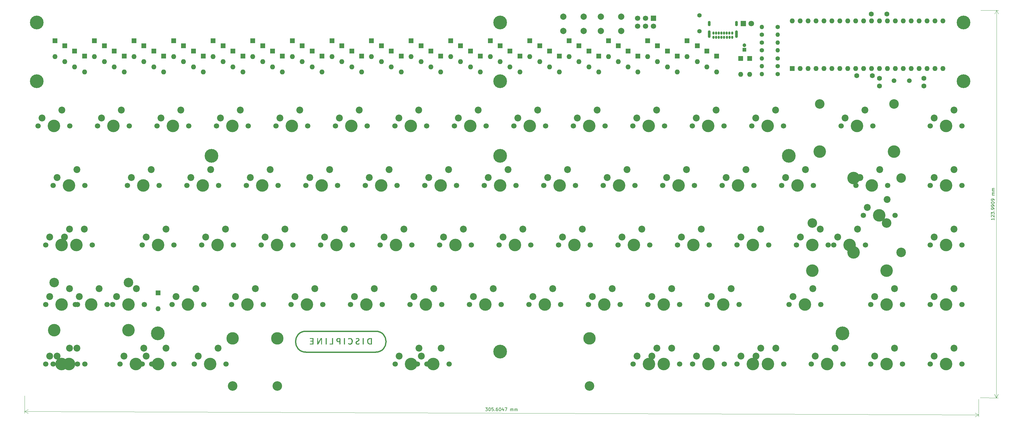
<source format=gbs>
%TF.GenerationSoftware,KiCad,Pcbnew,8.0.2*%
%TF.CreationDate,2024-05-27T21:53:30-04:00*%
%TF.ProjectId,discipline-pcb,64697363-6970-46c6-996e-652d7063622e,1.0*%
%TF.SameCoordinates,Original*%
%TF.FileFunction,Soldermask,Bot*%
%TF.FilePolarity,Negative*%
%FSLAX46Y46*%
G04 Gerber Fmt 4.6, Leading zero omitted, Abs format (unit mm)*
G04 Created by KiCad (PCBNEW 8.0.2) date 2024-05-27 21:53:30*
%MOMM*%
%LPD*%
G01*
G04 APERTURE LIST*
%ADD10C,0.150000*%
%ADD11C,0.100000*%
%ADD12C,0.400000*%
%ADD13C,0.010000*%
%ADD14C,1.700000*%
%ADD15C,4.000000*%
%ADD16C,2.200000*%
%ADD17C,3.050000*%
%ADD18C,4.400000*%
%ADD19C,3.987800*%
%ADD20C,3.048000*%
%ADD21R,1.600000X1.600000*%
%ADD22O,1.600000X1.600000*%
%ADD23C,1.400000*%
%ADD24O,1.400000X1.400000*%
%ADD25C,2.000000*%
%ADD26R,1.800000X1.800000*%
%ADD27C,1.800000*%
%ADD28R,1.200000X1.200000*%
%ADD29C,1.200000*%
%ADD30C,1.600000*%
%ADD31O,0.650000X1.000000*%
%ADD32O,0.900000X2.400000*%
%ADD33O,0.900000X1.700000*%
%ADD34C,1.500000*%
%ADD35R,1.700000X1.700000*%
G04 APERTURE END LIST*
D10*
X201550886Y-184947369D02*
X202169930Y-184949673D01*
X202169930Y-184949673D02*
X201835181Y-185329382D01*
X201835181Y-185329382D02*
X201978037Y-185329914D01*
X201978037Y-185329914D02*
X202073097Y-185377887D01*
X202073097Y-185377887D02*
X202120539Y-185425683D01*
X202120539Y-185425683D02*
X202167803Y-185521098D01*
X202167803Y-185521098D02*
X202166917Y-185759191D01*
X202166917Y-185759191D02*
X202118944Y-185854251D01*
X202118944Y-185854251D02*
X202071148Y-185901693D01*
X202071148Y-185901693D02*
X201975733Y-185948957D01*
X201975733Y-185948957D02*
X201690021Y-185947894D01*
X201690021Y-185947894D02*
X201594961Y-185899921D01*
X201594961Y-185899921D02*
X201547519Y-185852125D01*
X202788973Y-184951977D02*
X202884210Y-184952331D01*
X202884210Y-184952331D02*
X202979271Y-185000305D01*
X202979271Y-185000305D02*
X203026712Y-185048101D01*
X203026712Y-185048101D02*
X203073976Y-185143515D01*
X203073976Y-185143515D02*
X203120886Y-185334167D01*
X203120886Y-185334167D02*
X203120000Y-185572261D01*
X203120000Y-185572261D02*
X203071672Y-185762559D01*
X203071672Y-185762559D02*
X203023699Y-185857619D01*
X203023699Y-185857619D02*
X202975903Y-185905060D01*
X202975903Y-185905060D02*
X202880489Y-185952324D01*
X202880489Y-185952324D02*
X202785251Y-185951970D01*
X202785251Y-185951970D02*
X202690191Y-185903997D01*
X202690191Y-185903997D02*
X202642750Y-185856201D01*
X202642750Y-185856201D02*
X202595485Y-185760786D01*
X202595485Y-185760786D02*
X202548575Y-185570134D01*
X202548575Y-185570134D02*
X202549462Y-185332041D01*
X202549462Y-185332041D02*
X202597789Y-185141743D01*
X202597789Y-185141743D02*
X202645762Y-185046683D01*
X202645762Y-185046683D02*
X202693558Y-184999241D01*
X202693558Y-184999241D02*
X202788973Y-184951977D01*
X204027060Y-184956585D02*
X203550873Y-184954813D01*
X203550873Y-184954813D02*
X203501482Y-185430822D01*
X203501482Y-185430822D02*
X203549277Y-185383381D01*
X203549277Y-185383381D02*
X203644692Y-185336117D01*
X203644692Y-185336117D02*
X203882786Y-185337003D01*
X203882786Y-185337003D02*
X203977846Y-185384976D01*
X203977846Y-185384976D02*
X204025287Y-185432772D01*
X204025287Y-185432772D02*
X204072552Y-185528187D01*
X204072552Y-185528187D02*
X204071666Y-185766280D01*
X204071666Y-185766280D02*
X204023692Y-185861340D01*
X204023692Y-185861340D02*
X203975896Y-185908782D01*
X203975896Y-185908782D02*
X203880482Y-185956046D01*
X203880482Y-185956046D02*
X203642388Y-185955160D01*
X203642388Y-185955160D02*
X203547328Y-185907187D01*
X203547328Y-185907187D02*
X203499887Y-185859391D01*
X204499880Y-185863113D02*
X204547321Y-185910909D01*
X204547321Y-185910909D02*
X204499525Y-185958350D01*
X204499525Y-185958350D02*
X204452084Y-185910554D01*
X204452084Y-185910554D02*
X204499880Y-185863113D01*
X204499880Y-185863113D02*
X204499525Y-185958350D01*
X205408002Y-184961724D02*
X205217527Y-184961015D01*
X205217527Y-184961015D02*
X205122113Y-185008280D01*
X205122113Y-185008280D02*
X205074317Y-185055721D01*
X205074317Y-185055721D02*
X204978547Y-185198223D01*
X204978547Y-185198223D02*
X204930220Y-185388520D01*
X204930220Y-185388520D02*
X204928802Y-185769470D01*
X204928802Y-185769470D02*
X204976066Y-185864885D01*
X204976066Y-185864885D02*
X205023508Y-185912681D01*
X205023508Y-185912681D02*
X205118568Y-185960654D01*
X205118568Y-185960654D02*
X205309043Y-185961363D01*
X205309043Y-185961363D02*
X205404458Y-185914099D01*
X205404458Y-185914099D02*
X205452254Y-185866657D01*
X205452254Y-185866657D02*
X205500227Y-185771597D01*
X205500227Y-185771597D02*
X205501113Y-185533503D01*
X205501113Y-185533503D02*
X205453849Y-185438089D01*
X205453849Y-185438089D02*
X205406407Y-185390293D01*
X205406407Y-185390293D02*
X205311347Y-185342320D01*
X205311347Y-185342320D02*
X205120872Y-185341611D01*
X205120872Y-185341611D02*
X205025457Y-185388875D01*
X205025457Y-185388875D02*
X204977661Y-185436316D01*
X204977661Y-185436316D02*
X204929688Y-185531377D01*
X206122283Y-184964383D02*
X206217520Y-184964737D01*
X206217520Y-184964737D02*
X206312581Y-185012710D01*
X206312581Y-185012710D02*
X206360022Y-185060506D01*
X206360022Y-185060506D02*
X206407286Y-185155921D01*
X206407286Y-185155921D02*
X206454196Y-185346573D01*
X206454196Y-185346573D02*
X206453310Y-185584667D01*
X206453310Y-185584667D02*
X206404982Y-185774964D01*
X206404982Y-185774964D02*
X206357009Y-185870024D01*
X206357009Y-185870024D02*
X206309213Y-185917466D01*
X206309213Y-185917466D02*
X206213799Y-185964730D01*
X206213799Y-185964730D02*
X206118561Y-185964376D01*
X206118561Y-185964376D02*
X206023501Y-185916403D01*
X206023501Y-185916403D02*
X205976059Y-185868607D01*
X205976059Y-185868607D02*
X205928795Y-185773192D01*
X205928795Y-185773192D02*
X205881885Y-185582540D01*
X205881885Y-185582540D02*
X205882772Y-185344446D01*
X205882772Y-185344446D02*
X205931099Y-185154149D01*
X205931099Y-185154149D02*
X205979072Y-185059088D01*
X205979072Y-185059088D02*
X206026868Y-185011647D01*
X206026868Y-185011647D02*
X206122283Y-184964383D01*
X207311510Y-185302144D02*
X207309029Y-185968806D01*
X207074835Y-184920308D02*
X206834083Y-185633703D01*
X206834083Y-185633703D02*
X207453126Y-185636007D01*
X207741319Y-184970408D02*
X208407981Y-184972889D01*
X208407981Y-184972889D02*
X207975691Y-185971287D01*
X209547109Y-185977136D02*
X209549590Y-185310474D01*
X209549236Y-185405711D02*
X209597032Y-185358270D01*
X209597032Y-185358270D02*
X209692447Y-185311005D01*
X209692447Y-185311005D02*
X209835303Y-185311537D01*
X209835303Y-185311537D02*
X209930363Y-185359510D01*
X209930363Y-185359510D02*
X209977627Y-185454925D01*
X209977627Y-185454925D02*
X209975678Y-185978731D01*
X209977627Y-185454925D02*
X210025600Y-185359865D01*
X210025600Y-185359865D02*
X210121015Y-185312600D01*
X210121015Y-185312600D02*
X210263871Y-185313132D01*
X210263871Y-185313132D02*
X210358931Y-185361105D01*
X210358931Y-185361105D02*
X210406196Y-185456520D01*
X210406196Y-185456520D02*
X210404246Y-185980326D01*
X210880433Y-185982098D02*
X210882914Y-185315436D01*
X210882560Y-185410673D02*
X210930356Y-185363232D01*
X210930356Y-185363232D02*
X211025770Y-185315968D01*
X211025770Y-185315968D02*
X211168626Y-185316499D01*
X211168626Y-185316499D02*
X211263687Y-185364473D01*
X211263687Y-185364473D02*
X211310951Y-185459887D01*
X211310951Y-185459887D02*
X211309001Y-185983693D01*
X211310951Y-185459887D02*
X211358924Y-185364827D01*
X211358924Y-185364827D02*
X211454339Y-185317563D01*
X211454339Y-185317563D02*
X211597195Y-185318094D01*
X211597195Y-185318094D02*
X211692255Y-185366068D01*
X211692255Y-185366068D02*
X211739519Y-185461482D01*
X211739519Y-185461482D02*
X211737570Y-185985288D01*
D11*
X53904669Y-181107267D02*
X53883931Y-186679410D01*
X359507239Y-182244637D02*
X359486501Y-187816780D01*
X53886114Y-186092994D02*
X359488684Y-187230364D01*
X53886114Y-186092994D02*
X359488684Y-187230364D01*
X53886114Y-186092994D02*
X55014792Y-185510770D01*
X53886114Y-186092994D02*
X55010427Y-186683603D01*
X359488684Y-187230364D02*
X358360006Y-187812588D01*
X359488684Y-187230364D02*
X358364371Y-186639755D01*
D10*
X364500628Y-124295423D02*
X364500064Y-124866851D01*
X364500346Y-124581137D02*
X363500347Y-124580149D01*
X363500347Y-124580149D02*
X363643110Y-124675528D01*
X363643110Y-124675528D02*
X363738254Y-124770860D01*
X363738254Y-124770860D02*
X363785779Y-124866146D01*
X363596243Y-123913577D02*
X363548671Y-123865911D01*
X363548671Y-123865911D02*
X363501146Y-123770626D01*
X363501146Y-123770626D02*
X363501382Y-123532531D01*
X363501382Y-123532531D02*
X363549095Y-123437340D01*
X363549095Y-123437340D02*
X363596761Y-123389768D01*
X363596761Y-123389768D02*
X363692046Y-123342243D01*
X363692046Y-123342243D02*
X363787284Y-123342337D01*
X363787284Y-123342337D02*
X363930094Y-123390097D01*
X363930094Y-123390097D02*
X364500958Y-123962090D01*
X364500958Y-123962090D02*
X364501569Y-123343042D01*
X363501899Y-123008721D02*
X363502511Y-122389674D01*
X363502511Y-122389674D02*
X363883133Y-122723383D01*
X363883133Y-122723383D02*
X363883275Y-122580526D01*
X363883275Y-122580526D02*
X363930988Y-122485335D01*
X363930988Y-122485335D02*
X363978654Y-122437763D01*
X363978654Y-122437763D02*
X364073939Y-122390238D01*
X364073939Y-122390238D02*
X364312034Y-122390474D01*
X364312034Y-122390474D02*
X364407225Y-122438187D01*
X364407225Y-122438187D02*
X364454797Y-122485853D01*
X364454797Y-122485853D02*
X364502322Y-122581138D01*
X364502322Y-122581138D02*
X364502040Y-122866852D01*
X364502040Y-122866852D02*
X364454327Y-122962043D01*
X364454327Y-122962043D02*
X364406660Y-123009615D01*
X364407695Y-121961996D02*
X364455361Y-121914424D01*
X364455361Y-121914424D02*
X364502933Y-121962090D01*
X364502933Y-121962090D02*
X364455267Y-122009662D01*
X364455267Y-122009662D02*
X364407695Y-121961996D01*
X364407695Y-121961996D02*
X364502933Y-121962090D01*
X364503451Y-121438282D02*
X364503639Y-121247806D01*
X364503639Y-121247806D02*
X364456114Y-121152521D01*
X364456114Y-121152521D02*
X364408542Y-121104854D01*
X364408542Y-121104854D02*
X364265779Y-121009475D01*
X364265779Y-121009475D02*
X364075350Y-120961668D01*
X364075350Y-120961668D02*
X363694398Y-120961292D01*
X363694398Y-120961292D02*
X363599113Y-121008817D01*
X363599113Y-121008817D02*
X363551447Y-121056389D01*
X363551447Y-121056389D02*
X363503734Y-121151580D01*
X363503734Y-121151580D02*
X363503545Y-121342056D01*
X363503545Y-121342056D02*
X363551070Y-121437341D01*
X363551070Y-121437341D02*
X363598642Y-121485007D01*
X363598642Y-121485007D02*
X363693833Y-121532720D01*
X363693833Y-121532720D02*
X363931929Y-121532955D01*
X363931929Y-121532955D02*
X364027214Y-121485430D01*
X364027214Y-121485430D02*
X364074880Y-121437858D01*
X364074880Y-121437858D02*
X364122593Y-121342667D01*
X364122593Y-121342667D02*
X364122781Y-121152191D01*
X364122781Y-121152191D02*
X364075256Y-121056906D01*
X364075256Y-121056906D02*
X364027684Y-121009240D01*
X364027684Y-121009240D02*
X363932493Y-120961527D01*
X364504392Y-120485901D02*
X364504580Y-120295425D01*
X364504580Y-120295425D02*
X364457055Y-120200140D01*
X364457055Y-120200140D02*
X364409483Y-120152474D01*
X364409483Y-120152474D02*
X364266720Y-120057095D01*
X364266720Y-120057095D02*
X364076291Y-120009288D01*
X364076291Y-120009288D02*
X363695339Y-120008911D01*
X363695339Y-120008911D02*
X363600054Y-120056436D01*
X363600054Y-120056436D02*
X363552388Y-120104008D01*
X363552388Y-120104008D02*
X363504674Y-120199199D01*
X363504674Y-120199199D02*
X363504486Y-120389675D01*
X363504486Y-120389675D02*
X363552011Y-120484960D01*
X363552011Y-120484960D02*
X363599583Y-120532626D01*
X363599583Y-120532626D02*
X363694774Y-120580340D01*
X363694774Y-120580340D02*
X363932869Y-120580575D01*
X363932869Y-120580575D02*
X364028154Y-120533050D01*
X364028154Y-120533050D02*
X364075820Y-120485478D01*
X364075820Y-120485478D02*
X364123534Y-120390287D01*
X364123534Y-120390287D02*
X364123722Y-120199811D01*
X364123722Y-120199811D02*
X364076197Y-120104526D01*
X364076197Y-120104526D02*
X364028625Y-120056860D01*
X364028625Y-120056860D02*
X363933434Y-120009146D01*
X363505474Y-119389676D02*
X363505568Y-119294438D01*
X363505568Y-119294438D02*
X363553281Y-119199247D01*
X363553281Y-119199247D02*
X363600947Y-119151675D01*
X363600947Y-119151675D02*
X363696232Y-119104150D01*
X363696232Y-119104150D02*
X363886756Y-119056719D01*
X363886756Y-119056719D02*
X364124851Y-119056954D01*
X364124851Y-119056954D02*
X364315280Y-119104761D01*
X364315280Y-119104761D02*
X364410471Y-119152474D01*
X364410471Y-119152474D02*
X364458043Y-119200140D01*
X364458043Y-119200140D02*
X364505568Y-119295426D01*
X364505568Y-119295426D02*
X364505474Y-119390664D01*
X364505474Y-119390664D02*
X364457761Y-119485855D01*
X364457761Y-119485855D02*
X364410094Y-119533427D01*
X364410094Y-119533427D02*
X364314809Y-119580951D01*
X364314809Y-119580951D02*
X364124286Y-119628382D01*
X364124286Y-119628382D02*
X363886191Y-119628147D01*
X363886191Y-119628147D02*
X363695762Y-119580340D01*
X363695762Y-119580340D02*
X363600571Y-119532627D01*
X363600571Y-119532627D02*
X363552999Y-119484961D01*
X363552999Y-119484961D02*
X363505474Y-119389676D01*
X364506273Y-118581140D02*
X364506462Y-118390664D01*
X364506462Y-118390664D02*
X364458937Y-118295379D01*
X364458937Y-118295379D02*
X364411365Y-118247713D01*
X364411365Y-118247713D02*
X364268602Y-118152334D01*
X364268602Y-118152334D02*
X364078173Y-118104526D01*
X364078173Y-118104526D02*
X363697220Y-118104150D01*
X363697220Y-118104150D02*
X363601935Y-118151675D01*
X363601935Y-118151675D02*
X363554269Y-118199247D01*
X363554269Y-118199247D02*
X363506556Y-118294438D01*
X363506556Y-118294438D02*
X363506368Y-118484914D01*
X363506368Y-118484914D02*
X363553893Y-118580199D01*
X363553893Y-118580199D02*
X363601465Y-118627865D01*
X363601465Y-118627865D02*
X363696656Y-118675578D01*
X363696656Y-118675578D02*
X363934751Y-118675814D01*
X363934751Y-118675814D02*
X364030036Y-118628289D01*
X364030036Y-118628289D02*
X364077702Y-118580717D01*
X364077702Y-118580717D02*
X364125415Y-118485526D01*
X364125415Y-118485526D02*
X364125603Y-118295050D01*
X364125603Y-118295050D02*
X364078078Y-118199765D01*
X364078078Y-118199765D02*
X364030506Y-118152098D01*
X364030506Y-118152098D02*
X363935315Y-118104385D01*
X364507920Y-116914474D02*
X363841253Y-116913815D01*
X363936491Y-116913909D02*
X363888920Y-116866243D01*
X363888920Y-116866243D02*
X363841395Y-116770958D01*
X363841395Y-116770958D02*
X363841536Y-116628101D01*
X363841536Y-116628101D02*
X363889249Y-116532910D01*
X363889249Y-116532910D02*
X363984534Y-116485385D01*
X363984534Y-116485385D02*
X364508343Y-116485903D01*
X363984534Y-116485385D02*
X363889343Y-116437672D01*
X363889343Y-116437672D02*
X363841818Y-116342387D01*
X363841818Y-116342387D02*
X363841959Y-116199530D01*
X363841959Y-116199530D02*
X363889672Y-116104339D01*
X363889672Y-116104339D02*
X363984957Y-116056814D01*
X363984957Y-116056814D02*
X364508767Y-116057332D01*
X364509237Y-115581142D02*
X363842571Y-115580483D01*
X363937809Y-115580577D02*
X363890237Y-115532911D01*
X363890237Y-115532911D02*
X363842712Y-115437626D01*
X363842712Y-115437626D02*
X363842853Y-115294769D01*
X363842853Y-115294769D02*
X363890566Y-115199578D01*
X363890566Y-115199578D02*
X363985851Y-115152053D01*
X363985851Y-115152053D02*
X364509660Y-115152570D01*
X363985851Y-115152053D02*
X363890660Y-115104340D01*
X363890660Y-115104340D02*
X363843135Y-115009055D01*
X363843135Y-115009055D02*
X363843276Y-114866198D01*
X363843276Y-114866198D02*
X363890989Y-114771007D01*
X363890989Y-114771007D02*
X363986274Y-114723482D01*
X363986274Y-114723482D02*
X364510084Y-114723999D01*
D11*
X359991602Y-181762632D02*
X365725455Y-181768296D01*
X360114088Y-57771804D02*
X365847941Y-57777468D01*
X365139035Y-181767717D02*
X365261521Y-57776889D01*
X365139035Y-181767717D02*
X365261521Y-57776889D01*
X365139035Y-181767717D02*
X364553727Y-180640634D01*
X365139035Y-181767717D02*
X365726568Y-180641793D01*
X365261521Y-57776889D02*
X365846829Y-58903972D01*
X365261521Y-57776889D02*
X364673988Y-58902813D01*
D12*
X166305144Y-160474210D02*
X144025144Y-160474210D01*
X166325144Y-167154210D02*
X144025144Y-167154210D01*
X144035144Y-167154210D02*
G75*
G02*
X144035144Y-160474210I0J3340000D01*
G01*
X166335144Y-160474210D02*
G75*
G02*
X166335144Y-167154210I0J-3340000D01*
G01*
D13*
X150591802Y-164650234D02*
X150346944Y-164629968D01*
X150346944Y-162671099D01*
X150469373Y-162660967D01*
X150591802Y-162650834D01*
X150591802Y-164650234D01*
G36*
X150591802Y-164650234D02*
G01*
X150346944Y-164629968D01*
X150346944Y-162671099D01*
X150469373Y-162660967D01*
X150591802Y-162650834D01*
X150591802Y-164650234D01*
G37*
X162467958Y-163617489D02*
X162468441Y-163673398D01*
X162469827Y-163913238D01*
X162470004Y-164130887D01*
X162469043Y-164317724D01*
X162467013Y-164465130D01*
X162463982Y-164564485D01*
X162460021Y-164607170D01*
X162423078Y-164635155D01*
X162337078Y-164640216D01*
X162230748Y-164629968D01*
X162230748Y-162671099D01*
X162459283Y-162671099D01*
X162467958Y-163617489D01*
G36*
X162467958Y-163617489D02*
G01*
X162468441Y-163673398D01*
X162469827Y-163913238D01*
X162470004Y-164130887D01*
X162469043Y-164317724D01*
X162467013Y-164465130D01*
X162463982Y-164564485D01*
X162460021Y-164607170D01*
X162423078Y-164635155D01*
X162337078Y-164640216D01*
X162230748Y-164629968D01*
X162230748Y-162671099D01*
X162459283Y-162671099D01*
X162467958Y-163617489D01*
G37*
X156329656Y-162660967D02*
X156452085Y-162671099D01*
X156460760Y-163617489D01*
X156461248Y-163673761D01*
X156462669Y-163913418D01*
X156462931Y-164130761D01*
X156462095Y-164317194D01*
X156460224Y-164464122D01*
X156457379Y-164562951D01*
X156453623Y-164605085D01*
X156451013Y-164609863D01*
X156403405Y-164635741D01*
X156322518Y-164646292D01*
X156207226Y-164646292D01*
X156207226Y-162650834D01*
X156329656Y-162660967D01*
G36*
X156329656Y-162660967D02*
G01*
X156452085Y-162671099D01*
X156460760Y-163617489D01*
X156461248Y-163673761D01*
X156462669Y-163913418D01*
X156462931Y-164130761D01*
X156462095Y-164317194D01*
X156460224Y-164464122D01*
X156457379Y-164562951D01*
X156453623Y-164605085D01*
X156451013Y-164609863D01*
X156403405Y-164635741D01*
X156322518Y-164646292D01*
X156207226Y-164646292D01*
X156207226Y-162650834D01*
X156329656Y-162660967D01*
G37*
X152615967Y-163626798D02*
X152615882Y-163711488D01*
X152614684Y-163951478D01*
X152612215Y-164167387D01*
X152608662Y-164350974D01*
X152604212Y-164493994D01*
X152599050Y-164588205D01*
X152593365Y-164625364D01*
X152584530Y-164628668D01*
X152522200Y-164635199D01*
X152411792Y-164639315D01*
X152265492Y-164640682D01*
X152095486Y-164638967D01*
X151620208Y-164629968D01*
X151620208Y-164434081D01*
X152353722Y-164415629D01*
X152371108Y-162671099D01*
X152493537Y-162660967D01*
X152615967Y-162650834D01*
X152615967Y-163626798D01*
G36*
X152615967Y-163626798D02*
G01*
X152615882Y-163711488D01*
X152614684Y-163951478D01*
X152612215Y-164167387D01*
X152608662Y-164350974D01*
X152604212Y-164493994D01*
X152599050Y-164588205D01*
X152593365Y-164625364D01*
X152584530Y-164628668D01*
X152522200Y-164635199D01*
X152411792Y-164639315D01*
X152265492Y-164640682D01*
X152095486Y-164638967D01*
X151620208Y-164629968D01*
X151620208Y-164434081D01*
X152353722Y-164415629D01*
X152371108Y-162671099D01*
X152493537Y-162660967D01*
X152615967Y-162650834D01*
X152615967Y-163626798D01*
G37*
X147726475Y-162660833D02*
X147833062Y-162671099D01*
X147865710Y-164246351D01*
X148257483Y-163527999D01*
X148339741Y-163377872D01*
X148445656Y-163186666D01*
X148540674Y-163017470D01*
X148619765Y-162879148D01*
X148677901Y-162780561D01*
X148710050Y-162730572D01*
X148759094Y-162681279D01*
X148821471Y-162660739D01*
X148922261Y-162661298D01*
X149073679Y-162671099D01*
X149082323Y-163660800D01*
X149090966Y-164650501D01*
X148984379Y-164640235D01*
X148877792Y-164629968D01*
X148869054Y-163798057D01*
X148860315Y-162966146D01*
X148417744Y-163765409D01*
X148405926Y-163786732D01*
X148289105Y-163995362D01*
X148180508Y-164185608D01*
X148084740Y-164349678D01*
X148006403Y-164479783D01*
X147950103Y-164568132D01*
X147920441Y-164606936D01*
X147917123Y-164609338D01*
X147844999Y-164634566D01*
X147751442Y-164639583D01*
X147637175Y-164629968D01*
X147628531Y-163640268D01*
X147619887Y-162650567D01*
X147726475Y-162660833D01*
G36*
X147726475Y-162660833D02*
G01*
X147833062Y-162671099D01*
X147865710Y-164246351D01*
X148257483Y-163527999D01*
X148339741Y-163377872D01*
X148445656Y-163186666D01*
X148540674Y-163017470D01*
X148619765Y-162879148D01*
X148677901Y-162780561D01*
X148710050Y-162730572D01*
X148759094Y-162681279D01*
X148821471Y-162660739D01*
X148922261Y-162661298D01*
X149073679Y-162671099D01*
X149082323Y-163660800D01*
X149090966Y-164650501D01*
X148984379Y-164640235D01*
X148877792Y-164629968D01*
X148869054Y-163798057D01*
X148860315Y-162966146D01*
X148417744Y-163765409D01*
X148405926Y-163786732D01*
X148289105Y-163995362D01*
X148180508Y-164185608D01*
X148084740Y-164349678D01*
X148006403Y-164479783D01*
X147950103Y-164568132D01*
X147920441Y-164606936D01*
X147917123Y-164609338D01*
X147844999Y-164634566D01*
X147751442Y-164639583D01*
X147637175Y-164629968D01*
X147628531Y-163640268D01*
X147619887Y-162650567D01*
X147726475Y-162660833D01*
G37*
X145814376Y-162654779D02*
X146034918Y-162657231D01*
X146193908Y-162664409D01*
X146294802Y-162676565D01*
X146341057Y-162693953D01*
X146349475Y-162716699D01*
X146360386Y-162798616D01*
X146369158Y-162928651D01*
X146375798Y-163096495D01*
X146380309Y-163291842D01*
X146382695Y-163504386D01*
X146382961Y-163723818D01*
X146381110Y-163939834D01*
X146377148Y-164142124D01*
X146371078Y-164320384D01*
X146362905Y-164464305D01*
X146352632Y-164563582D01*
X146340265Y-164607907D01*
X146327528Y-164616111D01*
X146269615Y-164629900D01*
X146165499Y-164638059D01*
X146008869Y-164640947D01*
X145793414Y-164638922D01*
X145286532Y-164629968D01*
X145286532Y-164434081D01*
X146119052Y-164415807D01*
X146119052Y-163699506D01*
X145400800Y-163699506D01*
X145400800Y-163505828D01*
X145751764Y-163496561D01*
X146102728Y-163487295D01*
X146112115Y-163185303D01*
X146121502Y-162883310D01*
X145715672Y-162883310D01*
X145694926Y-162883300D01*
X145528478Y-162881902D01*
X145415438Y-162877197D01*
X145345058Y-162867835D01*
X145306590Y-162852466D01*
X145289285Y-162829739D01*
X145281579Y-162794519D01*
X145287992Y-162715472D01*
X145289449Y-162711174D01*
X145303281Y-162689070D01*
X145332655Y-162673607D01*
X145387521Y-162663614D01*
X145477829Y-162657925D01*
X145613528Y-162655368D01*
X145804568Y-162654776D01*
X145814376Y-162654779D01*
G36*
X145814376Y-162654779D02*
G01*
X146034918Y-162657231D01*
X146193908Y-162664409D01*
X146294802Y-162676565D01*
X146341057Y-162693953D01*
X146349475Y-162716699D01*
X146360386Y-162798616D01*
X146369158Y-162928651D01*
X146375798Y-163096495D01*
X146380309Y-163291842D01*
X146382695Y-163504386D01*
X146382961Y-163723818D01*
X146381110Y-163939834D01*
X146377148Y-164142124D01*
X146371078Y-164320384D01*
X146362905Y-164464305D01*
X146352632Y-164563582D01*
X146340265Y-164607907D01*
X146327528Y-164616111D01*
X146269615Y-164629900D01*
X146165499Y-164638059D01*
X146008869Y-164640947D01*
X145793414Y-164638922D01*
X145286532Y-164629968D01*
X145286532Y-164434081D01*
X146119052Y-164415807D01*
X146119052Y-163699506D01*
X145400800Y-163699506D01*
X145400800Y-163505828D01*
X145751764Y-163496561D01*
X146102728Y-163487295D01*
X146112115Y-163185303D01*
X146121502Y-162883310D01*
X145715672Y-162883310D01*
X145694926Y-162883300D01*
X145528478Y-162881902D01*
X145415438Y-162877197D01*
X145345058Y-162867835D01*
X145306590Y-162852466D01*
X145289285Y-162829739D01*
X145281579Y-162794519D01*
X145287992Y-162715472D01*
X145289449Y-162711174D01*
X145303281Y-162689070D01*
X145332655Y-162673607D01*
X145387521Y-162663614D01*
X145477829Y-162657925D01*
X145613528Y-162655368D01*
X145804568Y-162654776D01*
X145814376Y-162654779D01*
G37*
X165112431Y-163617489D02*
X165112911Y-163673092D01*
X165114265Y-163913086D01*
X165114372Y-164130992D01*
X165113305Y-164318171D01*
X165111141Y-164465980D01*
X165107953Y-164565780D01*
X165103818Y-164608931D01*
X165096591Y-164617610D01*
X165037341Y-164636671D01*
X164932077Y-164646834D01*
X164794618Y-164648785D01*
X164638781Y-164643212D01*
X164478383Y-164630801D01*
X164327241Y-164612240D01*
X164199174Y-164588215D01*
X164107998Y-164559414D01*
X163926600Y-164449859D01*
X163782652Y-164296471D01*
X163681188Y-164098167D01*
X163618869Y-163850102D01*
X163610806Y-163734335D01*
X163886448Y-163734335D01*
X163910112Y-163927864D01*
X163969737Y-164109937D01*
X164066807Y-164246591D01*
X164204697Y-164344300D01*
X164227373Y-164355341D01*
X164329965Y-164393063D01*
X164447425Y-164412346D01*
X164604633Y-164417758D01*
X164858897Y-164417758D01*
X164858897Y-162883310D01*
X164612990Y-162883310D01*
X164426331Y-162892618D01*
X164277628Y-162926035D01*
X164158409Y-162989823D01*
X164051728Y-163090229D01*
X163995265Y-163164100D01*
X163922865Y-163316878D01*
X163887629Y-163502917D01*
X163886448Y-163734335D01*
X163610806Y-163734335D01*
X163600760Y-163590101D01*
X163629620Y-163346453D01*
X163702555Y-163130150D01*
X163816407Y-162950535D01*
X163968020Y-162816950D01*
X163975173Y-162812457D01*
X164128105Y-162736457D01*
X164304699Y-162687634D01*
X164517808Y-162663531D01*
X164780284Y-162661693D01*
X165103756Y-162671099D01*
X165105702Y-162883310D01*
X165112431Y-163617489D01*
G36*
X165112431Y-163617489D02*
G01*
X165112911Y-163673092D01*
X165114265Y-163913086D01*
X165114372Y-164130992D01*
X165113305Y-164318171D01*
X165111141Y-164465980D01*
X165107953Y-164565780D01*
X165103818Y-164608931D01*
X165096591Y-164617610D01*
X165037341Y-164636671D01*
X164932077Y-164646834D01*
X164794618Y-164648785D01*
X164638781Y-164643212D01*
X164478383Y-164630801D01*
X164327241Y-164612240D01*
X164199174Y-164588215D01*
X164107998Y-164559414D01*
X163926600Y-164449859D01*
X163782652Y-164296471D01*
X163681188Y-164098167D01*
X163618869Y-163850102D01*
X163610806Y-163734335D01*
X163886448Y-163734335D01*
X163910112Y-163927864D01*
X163969737Y-164109937D01*
X164066807Y-164246591D01*
X164204697Y-164344300D01*
X164227373Y-164355341D01*
X164329965Y-164393063D01*
X164447425Y-164412346D01*
X164604633Y-164417758D01*
X164858897Y-164417758D01*
X164858897Y-162883310D01*
X164612990Y-162883310D01*
X164426331Y-162892618D01*
X164277628Y-162926035D01*
X164158409Y-162989823D01*
X164051728Y-163090229D01*
X163995265Y-163164100D01*
X163922865Y-163316878D01*
X163887629Y-163502917D01*
X163886448Y-163734335D01*
X163610806Y-163734335D01*
X163600760Y-163590101D01*
X163629620Y-163346453D01*
X163702555Y-163130150D01*
X163816407Y-162950535D01*
X163968020Y-162816950D01*
X163975173Y-162812457D01*
X164128105Y-162736457D01*
X164304699Y-162687634D01*
X164517808Y-162663531D01*
X164780284Y-162661693D01*
X165103756Y-162671099D01*
X165105702Y-162883310D01*
X165112431Y-163617489D01*
G37*
X158394655Y-162687333D02*
X158586516Y-162789979D01*
X158699359Y-162897078D01*
X158815123Y-163078068D01*
X158896236Y-163300088D01*
X158937841Y-163552590D01*
X158938822Y-163799878D01*
X158897561Y-164050050D01*
X158814756Y-164266117D01*
X158693729Y-164441890D01*
X158537799Y-164571180D01*
X158350288Y-164647796D01*
X158244618Y-164665847D01*
X158055395Y-164669959D01*
X157869350Y-164643959D01*
X157706153Y-164591254D01*
X157585478Y-164515256D01*
X157565744Y-164492776D01*
X157529579Y-164421166D01*
X157512684Y-164343086D01*
X157518111Y-164280286D01*
X157548909Y-164254519D01*
X157551220Y-164254634D01*
X157603164Y-164274662D01*
X157674782Y-164318677D01*
X157776751Y-164378891D01*
X157956897Y-164435479D01*
X158137995Y-164438527D01*
X158307800Y-164390362D01*
X158454067Y-164293309D01*
X158564552Y-164149694D01*
X158586015Y-164106793D01*
X158613343Y-164033021D01*
X158629527Y-163946696D01*
X158637283Y-163830258D01*
X158639326Y-163666152D01*
X158638419Y-163536793D01*
X158632723Y-163412270D01*
X158619110Y-163320306D01*
X158594535Y-163242415D01*
X158555951Y-163160111D01*
X158496213Y-163061565D01*
X158373017Y-162938547D01*
X158219538Y-162872186D01*
X158030294Y-162859344D01*
X158009659Y-162860803D01*
X157849010Y-162891158D01*
X157710835Y-162959858D01*
X157660679Y-162991031D01*
X157575871Y-163026512D01*
X157528111Y-163012693D01*
X157513139Y-162949349D01*
X157525844Y-162860616D01*
X157578113Y-162784344D01*
X157682638Y-162716878D01*
X157741356Y-162690119D01*
X157954214Y-162635959D01*
X158177934Y-162635512D01*
X158394655Y-162687333D01*
G36*
X158394655Y-162687333D02*
G01*
X158586516Y-162789979D01*
X158699359Y-162897078D01*
X158815123Y-163078068D01*
X158896236Y-163300088D01*
X158937841Y-163552590D01*
X158938822Y-163799878D01*
X158897561Y-164050050D01*
X158814756Y-164266117D01*
X158693729Y-164441890D01*
X158537799Y-164571180D01*
X158350288Y-164647796D01*
X158244618Y-164665847D01*
X158055395Y-164669959D01*
X157869350Y-164643959D01*
X157706153Y-164591254D01*
X157585478Y-164515256D01*
X157565744Y-164492776D01*
X157529579Y-164421166D01*
X157512684Y-164343086D01*
X157518111Y-164280286D01*
X157548909Y-164254519D01*
X157551220Y-164254634D01*
X157603164Y-164274662D01*
X157674782Y-164318677D01*
X157776751Y-164378891D01*
X157956897Y-164435479D01*
X158137995Y-164438527D01*
X158307800Y-164390362D01*
X158454067Y-164293309D01*
X158564552Y-164149694D01*
X158586015Y-164106793D01*
X158613343Y-164033021D01*
X158629527Y-163946696D01*
X158637283Y-163830258D01*
X158639326Y-163666152D01*
X158638419Y-163536793D01*
X158632723Y-163412270D01*
X158619110Y-163320306D01*
X158594535Y-163242415D01*
X158555951Y-163160111D01*
X158496213Y-163061565D01*
X158373017Y-162938547D01*
X158219538Y-162872186D01*
X158030294Y-162859344D01*
X158009659Y-162860803D01*
X157849010Y-162891158D01*
X157710835Y-162959858D01*
X157660679Y-162991031D01*
X157575871Y-163026512D01*
X157528111Y-163012693D01*
X157513139Y-162949349D01*
X157525844Y-162860616D01*
X157578113Y-162784344D01*
X157682638Y-162716878D01*
X157741356Y-162690119D01*
X157954214Y-162635959D01*
X158177934Y-162635512D01*
X158394655Y-162687333D01*
G37*
X154961626Y-162999379D02*
X154964628Y-163167721D01*
X154966172Y-163387409D01*
X154966609Y-163665414D01*
X154966576Y-163717340D01*
X154965551Y-163954668D01*
X154963232Y-164168760D01*
X154959811Y-164351203D01*
X154955479Y-164493586D01*
X154950426Y-164587498D01*
X154944844Y-164624527D01*
X154943370Y-164625812D01*
X154894923Y-164640319D01*
X154814253Y-164646292D01*
X154705427Y-164646292D01*
X154705427Y-163903782D01*
X154450225Y-163889009D01*
X154366147Y-163881960D01*
X154144328Y-163835080D01*
X153974128Y-163748994D01*
X153854154Y-163622394D01*
X153783009Y-163453977D01*
X153759299Y-163242436D01*
X153761913Y-163185561D01*
X154021132Y-163185561D01*
X154026708Y-163292377D01*
X154033096Y-163346643D01*
X154080919Y-163497595D01*
X154172297Y-163602535D01*
X154311229Y-163666725D01*
X154316399Y-163668137D01*
X154425690Y-163689223D01*
X154538225Y-163698293D01*
X154631662Y-163694686D01*
X154683662Y-163677740D01*
X154691947Y-163640207D01*
X154698950Y-163550448D01*
X154703686Y-163422368D01*
X154705427Y-163269643D01*
X154705427Y-162883310D01*
X154473627Y-162883310D01*
X154423184Y-162883466D01*
X154317530Y-162887790D01*
X154247496Y-162903537D01*
X154191221Y-162937956D01*
X154126842Y-162998296D01*
X154071603Y-163056290D01*
X154032974Y-163116034D01*
X154021132Y-163185561D01*
X153761913Y-163185561D01*
X153764624Y-163126571D01*
X153801397Y-162971445D01*
X153879408Y-162851186D01*
X154005997Y-162751175D01*
X154053149Y-162724684D01*
X154121607Y-162698121D01*
X154208260Y-162680525D01*
X154328807Y-162669015D01*
X154498950Y-162660711D01*
X154633129Y-162656887D01*
X154777155Y-162658270D01*
X154869382Y-162668250D01*
X154917510Y-162687318D01*
X154928045Y-162699996D01*
X154940377Y-162732690D01*
X154949851Y-162788836D01*
X154956817Y-162875408D01*
X154957124Y-162883310D01*
X154961626Y-162999379D01*
G36*
X154961626Y-162999379D02*
G01*
X154964628Y-163167721D01*
X154966172Y-163387409D01*
X154966609Y-163665414D01*
X154966576Y-163717340D01*
X154965551Y-163954668D01*
X154963232Y-164168760D01*
X154959811Y-164351203D01*
X154955479Y-164493586D01*
X154950426Y-164587498D01*
X154944844Y-164624527D01*
X154943370Y-164625812D01*
X154894923Y-164640319D01*
X154814253Y-164646292D01*
X154705427Y-164646292D01*
X154705427Y-163903782D01*
X154450225Y-163889009D01*
X154366147Y-163881960D01*
X154144328Y-163835080D01*
X153974128Y-163748994D01*
X153854154Y-163622394D01*
X153783009Y-163453977D01*
X153759299Y-163242436D01*
X153761913Y-163185561D01*
X154021132Y-163185561D01*
X154026708Y-163292377D01*
X154033096Y-163346643D01*
X154080919Y-163497595D01*
X154172297Y-163602535D01*
X154311229Y-163666725D01*
X154316399Y-163668137D01*
X154425690Y-163689223D01*
X154538225Y-163698293D01*
X154631662Y-163694686D01*
X154683662Y-163677740D01*
X154691947Y-163640207D01*
X154698950Y-163550448D01*
X154703686Y-163422368D01*
X154705427Y-163269643D01*
X154705427Y-162883310D01*
X154473627Y-162883310D01*
X154423184Y-162883466D01*
X154317530Y-162887790D01*
X154247496Y-162903537D01*
X154191221Y-162937956D01*
X154126842Y-162998296D01*
X154071603Y-163056290D01*
X154032974Y-163116034D01*
X154021132Y-163185561D01*
X153761913Y-163185561D01*
X153764624Y-163126571D01*
X153801397Y-162971445D01*
X153879408Y-162851186D01*
X154005997Y-162751175D01*
X154053149Y-162724684D01*
X154121607Y-162698121D01*
X154208260Y-162680525D01*
X154328807Y-162669015D01*
X154498950Y-162660711D01*
X154633129Y-162656887D01*
X154777155Y-162658270D01*
X154869382Y-162668250D01*
X154917510Y-162687318D01*
X154928045Y-162699996D01*
X154940377Y-162732690D01*
X154949851Y-162788836D01*
X154956817Y-162875408D01*
X154957124Y-162883310D01*
X154961626Y-162999379D01*
G37*
X160569122Y-162631877D02*
X160665380Y-162646681D01*
X160842339Y-162710107D01*
X160969422Y-162815336D01*
X161046077Y-162961799D01*
X161071751Y-163148930D01*
X161071701Y-163159409D01*
X161057855Y-163297144D01*
X161013799Y-163411095D01*
X160931324Y-163511457D01*
X160802221Y-163608427D01*
X160618283Y-163712201D01*
X160576322Y-163734206D01*
X160399495Y-163838044D01*
X160279731Y-163932090D01*
X160211747Y-164021260D01*
X160190260Y-164110470D01*
X160192267Y-164148378D01*
X160233993Y-164274064D01*
X160322175Y-164367761D01*
X160446829Y-164426186D01*
X160597972Y-164446056D01*
X160765621Y-164424087D01*
X160939792Y-164356995D01*
X160983487Y-164335935D01*
X161061885Y-164307535D01*
X161106550Y-164304820D01*
X161111144Y-164308359D01*
X161132748Y-164361057D01*
X161133370Y-164437173D01*
X161112061Y-164502652D01*
X161109427Y-164506351D01*
X161045629Y-164558593D01*
X160943481Y-164610095D01*
X160826892Y-164648620D01*
X160636489Y-164675603D01*
X160426856Y-164660265D01*
X160239843Y-164598390D01*
X160086250Y-164493769D01*
X159976876Y-164350194D01*
X159971011Y-164338078D01*
X159937654Y-164214800D01*
X159930175Y-164068767D01*
X159947881Y-163927832D01*
X159990080Y-163819849D01*
X160073448Y-163724770D01*
X160236766Y-163606298D01*
X160463980Y-163490354D01*
X160583396Y-163431459D01*
X160713307Y-163340158D01*
X160787179Y-163240997D01*
X160810568Y-163128169D01*
X160800786Y-163052629D01*
X160743677Y-162948617D01*
X160645003Y-162878974D01*
X160515671Y-162847564D01*
X160366587Y-162858251D01*
X160208658Y-162914901D01*
X160175184Y-162930900D01*
X160098499Y-162958916D01*
X160054840Y-162961945D01*
X160035111Y-162931595D01*
X160028328Y-162857763D01*
X160046194Y-162773391D01*
X160088420Y-162728554D01*
X160180909Y-162684296D01*
X160303980Y-162650150D01*
X160439446Y-162631036D01*
X160569122Y-162631877D01*
G36*
X160569122Y-162631877D02*
G01*
X160665380Y-162646681D01*
X160842339Y-162710107D01*
X160969422Y-162815336D01*
X161046077Y-162961799D01*
X161071751Y-163148930D01*
X161071701Y-163159409D01*
X161057855Y-163297144D01*
X161013799Y-163411095D01*
X160931324Y-163511457D01*
X160802221Y-163608427D01*
X160618283Y-163712201D01*
X160576322Y-163734206D01*
X160399495Y-163838044D01*
X160279731Y-163932090D01*
X160211747Y-164021260D01*
X160190260Y-164110470D01*
X160192267Y-164148378D01*
X160233993Y-164274064D01*
X160322175Y-164367761D01*
X160446829Y-164426186D01*
X160597972Y-164446056D01*
X160765621Y-164424087D01*
X160939792Y-164356995D01*
X160983487Y-164335935D01*
X161061885Y-164307535D01*
X161106550Y-164304820D01*
X161111144Y-164308359D01*
X161132748Y-164361057D01*
X161133370Y-164437173D01*
X161112061Y-164502652D01*
X161109427Y-164506351D01*
X161045629Y-164558593D01*
X160943481Y-164610095D01*
X160826892Y-164648620D01*
X160636489Y-164675603D01*
X160426856Y-164660265D01*
X160239843Y-164598390D01*
X160086250Y-164493769D01*
X159976876Y-164350194D01*
X159971011Y-164338078D01*
X159937654Y-164214800D01*
X159930175Y-164068767D01*
X159947881Y-163927832D01*
X159990080Y-163819849D01*
X160073448Y-163724770D01*
X160236766Y-163606298D01*
X160463980Y-163490354D01*
X160583396Y-163431459D01*
X160713307Y-163340158D01*
X160787179Y-163240997D01*
X160810568Y-163128169D01*
X160800786Y-163052629D01*
X160743677Y-162948617D01*
X160645003Y-162878974D01*
X160515671Y-162847564D01*
X160366587Y-162858251D01*
X160208658Y-162914901D01*
X160175184Y-162930900D01*
X160098499Y-162958916D01*
X160054840Y-162961945D01*
X160035111Y-162931595D01*
X160028328Y-162857763D01*
X160046194Y-162773391D01*
X160088420Y-162728554D01*
X160180909Y-162684296D01*
X160303980Y-162650150D01*
X160439446Y-162631036D01*
X160569122Y-162631877D01*
G37*
D14*
X58261250Y-94773750D03*
D15*
X63341250Y-94773750D03*
D14*
X68421250Y-94773750D03*
D16*
X65881250Y-89693750D03*
X59531250Y-92233750D03*
D14*
X77311250Y-94773750D03*
D15*
X82391250Y-94773750D03*
D14*
X87471250Y-94773750D03*
D16*
X84931250Y-89693750D03*
X78581250Y-92233750D03*
D14*
X96361250Y-94773750D03*
D15*
X101441250Y-94773750D03*
D14*
X106521250Y-94773750D03*
D16*
X103981250Y-89693750D03*
X97631250Y-92233750D03*
D14*
X115411250Y-94773750D03*
D15*
X120491250Y-94773750D03*
D14*
X125571250Y-94773750D03*
D16*
X123031250Y-89693750D03*
X116681250Y-92233750D03*
D14*
X134461250Y-94773750D03*
D15*
X139541250Y-94773750D03*
D14*
X144621250Y-94773750D03*
D16*
X142081250Y-89693750D03*
X135731250Y-92233750D03*
D14*
X153511250Y-94773750D03*
D15*
X158591250Y-94773750D03*
D14*
X163671250Y-94773750D03*
D16*
X161131250Y-89693750D03*
X154781250Y-92233750D03*
D14*
X172561250Y-94773750D03*
D15*
X177641250Y-94773750D03*
D14*
X182721250Y-94773750D03*
D16*
X180181250Y-89693750D03*
X173831250Y-92233750D03*
D14*
X191611250Y-94773750D03*
D15*
X196691250Y-94773750D03*
D14*
X201771250Y-94773750D03*
D16*
X199231250Y-89693750D03*
X192881250Y-92233750D03*
D14*
X210661250Y-94773750D03*
D15*
X215741250Y-94773750D03*
D14*
X220821250Y-94773750D03*
D16*
X218281250Y-89693750D03*
X211931250Y-92233750D03*
D14*
X229711250Y-94773750D03*
D15*
X234791250Y-94773750D03*
D14*
X239871250Y-94773750D03*
D16*
X237331250Y-89693750D03*
X230981250Y-92233750D03*
D14*
X248761250Y-94773750D03*
D15*
X253841250Y-94773750D03*
D14*
X258921250Y-94773750D03*
D16*
X256381250Y-89693750D03*
X250031250Y-92233750D03*
D14*
X267811250Y-94773750D03*
D15*
X272891250Y-94773750D03*
D14*
X277971250Y-94773750D03*
D16*
X275431250Y-89693750D03*
X269081250Y-92233750D03*
D14*
X286861250Y-94773750D03*
D15*
X291941250Y-94773750D03*
D14*
X297021250Y-94773750D03*
D16*
X294481250Y-89693750D03*
X288131250Y-92233750D03*
D14*
X344011250Y-94773750D03*
D15*
X349091250Y-94773750D03*
D14*
X354171250Y-94773750D03*
D16*
X351631250Y-89693750D03*
X345281250Y-92233750D03*
D14*
X86836250Y-113823750D03*
D15*
X91916250Y-113823750D03*
D14*
X96996250Y-113823750D03*
D16*
X94456250Y-108743750D03*
X88106250Y-111283750D03*
D14*
X105886250Y-113823750D03*
D15*
X110966250Y-113823750D03*
D14*
X116046250Y-113823750D03*
D16*
X113506250Y-108743750D03*
X107156250Y-111283750D03*
D14*
X124936250Y-113823750D03*
D15*
X130016250Y-113823750D03*
D14*
X135096250Y-113823750D03*
D16*
X132556250Y-108743750D03*
X126206250Y-111283750D03*
D14*
X143986250Y-113823750D03*
D15*
X149066250Y-113823750D03*
D14*
X154146250Y-113823750D03*
D16*
X151606250Y-108743750D03*
X145256250Y-111283750D03*
D14*
X163036250Y-113823750D03*
D15*
X168116250Y-113823750D03*
D14*
X173196250Y-113823750D03*
D16*
X170656250Y-108743750D03*
X164306250Y-111283750D03*
D14*
X182086250Y-113823750D03*
D15*
X187166250Y-113823750D03*
D14*
X192246250Y-113823750D03*
D16*
X189706250Y-108743750D03*
X183356250Y-111283750D03*
D14*
X201136250Y-113823750D03*
D15*
X206216250Y-113823750D03*
D14*
X211296250Y-113823750D03*
D16*
X208756250Y-108743750D03*
X202406250Y-111283750D03*
D14*
X220186250Y-113823750D03*
D15*
X225266250Y-113823750D03*
D14*
X230346250Y-113823750D03*
D16*
X227806250Y-108743750D03*
X221456250Y-111283750D03*
D14*
X239236250Y-113823750D03*
D15*
X244316250Y-113823750D03*
D14*
X249396250Y-113823750D03*
D16*
X246856250Y-108743750D03*
X240506250Y-111283750D03*
D14*
X258286250Y-113823750D03*
D15*
X263366250Y-113823750D03*
D14*
X268446250Y-113823750D03*
D16*
X265906250Y-108743750D03*
X259556250Y-111283750D03*
D14*
X277336250Y-113823750D03*
D15*
X282416250Y-113823750D03*
D14*
X287496250Y-113823750D03*
D16*
X284956250Y-108743750D03*
X278606250Y-111283750D03*
D14*
X296386250Y-113823750D03*
D15*
X301466250Y-113823750D03*
D14*
X306546250Y-113823750D03*
D16*
X304006250Y-108743750D03*
X297656250Y-111283750D03*
D14*
X344011250Y-113823750D03*
D15*
X349091250Y-113823750D03*
D14*
X354171250Y-113823750D03*
D16*
X351631250Y-108743750D03*
X345281250Y-111283750D03*
D14*
X91598750Y-132873750D03*
D15*
X96678750Y-132873750D03*
D14*
X101758750Y-132873750D03*
D16*
X99218750Y-127793750D03*
X92868750Y-130333750D03*
D14*
X110648750Y-132873750D03*
D15*
X115728750Y-132873750D03*
D14*
X120808750Y-132873750D03*
D16*
X118268750Y-127793750D03*
X111918750Y-130333750D03*
D14*
X129698750Y-132873750D03*
D15*
X134778750Y-132873750D03*
D14*
X139858750Y-132873750D03*
D16*
X137318750Y-127793750D03*
X130968750Y-130333750D03*
D14*
X148748250Y-132873750D03*
D15*
X153828250Y-132873750D03*
D14*
X158908250Y-132873750D03*
D16*
X156368250Y-127793750D03*
X150018250Y-130333750D03*
D14*
X167798250Y-132873750D03*
D15*
X172878250Y-132873750D03*
D14*
X177958250Y-132873750D03*
D16*
X175418250Y-127793750D03*
X169068250Y-130333750D03*
D14*
X186848250Y-132873750D03*
D15*
X191928250Y-132873750D03*
D14*
X197008250Y-132873750D03*
D16*
X194468250Y-127793750D03*
X188118250Y-130333750D03*
D14*
X205898250Y-132873750D03*
D15*
X210978250Y-132873750D03*
D14*
X216058250Y-132873750D03*
D16*
X213518250Y-127793750D03*
X207168250Y-130333750D03*
D14*
X224948250Y-132873750D03*
D15*
X230028250Y-132873750D03*
D14*
X235108250Y-132873750D03*
D16*
X232568250Y-127793750D03*
X226218250Y-130333750D03*
D14*
X243998250Y-132873750D03*
D15*
X249078250Y-132873750D03*
D14*
X254158250Y-132873750D03*
D16*
X251618250Y-127793750D03*
X245268250Y-130333750D03*
D14*
X263048250Y-132873750D03*
D15*
X268128250Y-132873750D03*
D14*
X273208250Y-132873750D03*
D16*
X270668250Y-127793750D03*
X264318250Y-130333750D03*
D14*
X282098250Y-132873750D03*
D15*
X287178250Y-132873750D03*
D14*
X292258250Y-132873750D03*
D16*
X289718250Y-127793750D03*
X283368250Y-130333750D03*
D14*
X344011250Y-132873750D03*
D15*
X349091250Y-132873750D03*
D14*
X354171250Y-132873750D03*
D16*
X351631250Y-127793750D03*
X345281250Y-130333750D03*
D14*
X101123750Y-151923750D03*
D15*
X106203750Y-151923750D03*
D14*
X111283750Y-151923750D03*
D16*
X108743750Y-146843750D03*
X102393750Y-149383750D03*
D14*
X120173750Y-151923750D03*
D15*
X125253750Y-151923750D03*
D14*
X130333750Y-151923750D03*
D16*
X127793750Y-146843750D03*
X121443750Y-149383750D03*
D14*
X139223750Y-151923750D03*
D15*
X144303750Y-151923750D03*
D14*
X149383750Y-151923750D03*
D16*
X146843750Y-146843750D03*
X140493750Y-149383750D03*
D14*
X158274250Y-151923750D03*
D15*
X163354250Y-151923750D03*
D14*
X168434250Y-151923750D03*
D16*
X165894250Y-146843750D03*
X159544250Y-149383750D03*
D14*
X177324250Y-151923750D03*
D15*
X182404250Y-151923750D03*
D14*
X187484250Y-151923750D03*
D16*
X184944250Y-146843750D03*
X178594250Y-149383750D03*
D14*
X196374250Y-151923750D03*
D15*
X201454250Y-151923750D03*
D14*
X206534250Y-151923750D03*
D16*
X203994250Y-146843750D03*
X197644250Y-149383750D03*
D14*
X215424250Y-151923750D03*
D15*
X220504250Y-151923750D03*
D14*
X225584250Y-151923750D03*
D16*
X223044250Y-146843750D03*
X216694250Y-149383750D03*
D14*
X234474250Y-151923750D03*
D15*
X239554250Y-151923750D03*
D14*
X244634250Y-151923750D03*
D16*
X242094250Y-146843750D03*
X235744250Y-149383750D03*
D14*
X253524250Y-151923750D03*
D15*
X258604250Y-151923750D03*
D14*
X263684250Y-151923750D03*
D16*
X261144250Y-146843750D03*
X254794250Y-149383750D03*
D14*
X272574250Y-151923750D03*
D15*
X277654250Y-151923750D03*
D14*
X282734250Y-151923750D03*
D16*
X280194250Y-146843750D03*
X273844250Y-149383750D03*
D14*
X324961250Y-151923750D03*
D15*
X330041250Y-151923750D03*
D14*
X335121250Y-151923750D03*
D16*
X332581250Y-146843750D03*
X326231250Y-149383750D03*
D14*
X344011250Y-151923750D03*
D15*
X349091250Y-151923750D03*
D14*
X354171250Y-151923750D03*
D16*
X351631250Y-146843750D03*
X345281250Y-149383750D03*
D14*
X179705250Y-170973750D03*
D15*
X184785250Y-170973750D03*
D14*
X189865250Y-170973750D03*
D16*
X187325250Y-165893750D03*
X180975250Y-168433750D03*
D14*
X305911250Y-170973750D03*
D15*
X310991250Y-170973750D03*
D14*
X316071250Y-170973750D03*
D16*
X313531250Y-165893750D03*
X307181250Y-168433750D03*
D14*
X324961250Y-170973750D03*
D15*
X330041250Y-170973750D03*
D14*
X335121250Y-170973750D03*
D16*
X332581250Y-165893750D03*
X326231250Y-168433750D03*
D14*
X344011250Y-170973750D03*
D15*
X349091250Y-170973750D03*
D14*
X354171250Y-170973750D03*
D16*
X351631250Y-165893750D03*
X345281250Y-168433750D03*
D17*
X308616250Y-87773750D03*
D15*
X308616250Y-103013750D03*
D14*
X315436250Y-94773750D03*
D15*
X320516250Y-94773750D03*
D14*
X325596250Y-94773750D03*
D17*
X332416250Y-87773750D03*
D15*
X332416250Y-103013750D03*
D16*
X323056250Y-89693750D03*
X316706250Y-92233750D03*
D14*
X320198250Y-113823750D03*
D15*
X325278250Y-113823750D03*
D14*
X330358250Y-113823750D03*
D16*
X327818250Y-108743750D03*
X321468250Y-111283750D03*
D14*
X65405050Y-132863620D03*
D15*
X70485050Y-132863620D03*
D14*
X75565050Y-132863620D03*
D16*
X73025050Y-127783620D03*
X66675050Y-130323620D03*
D17*
X306235250Y-125873750D03*
D15*
X306235250Y-141113750D03*
D14*
X313055250Y-132873750D03*
D15*
X318135250Y-132873750D03*
D14*
X323215250Y-132873750D03*
D17*
X330035250Y-125873750D03*
D15*
X330035250Y-141113750D03*
D16*
X320675250Y-127793750D03*
X314325250Y-130333750D03*
D17*
X63347450Y-144923750D03*
D15*
X63347450Y-160163750D03*
D14*
X70167450Y-151923750D03*
D15*
X75247450Y-151923750D03*
D14*
X80327450Y-151923750D03*
D17*
X87147450Y-144923750D03*
D15*
X87147450Y-160163750D03*
D16*
X77787450Y-146843750D03*
X71437450Y-149383750D03*
D14*
X298767250Y-151923750D03*
D15*
X303847250Y-151923750D03*
D14*
X308927250Y-151923750D03*
D16*
X306387250Y-146843750D03*
X300037250Y-149383750D03*
D14*
X60642450Y-170963620D03*
D15*
X65722450Y-170963620D03*
D14*
X70802450Y-170963620D03*
D16*
X68262450Y-165883620D03*
X61912450Y-168423620D03*
D14*
X84455050Y-170973750D03*
D15*
X89535050Y-170973750D03*
D14*
X94615050Y-170973750D03*
D16*
X92075050Y-165893750D03*
X85725050Y-168433750D03*
D14*
X108267450Y-170963620D03*
D15*
X113347450Y-170963620D03*
D14*
X118427450Y-170963620D03*
D16*
X115887450Y-165883620D03*
X109537450Y-168423620D03*
D18*
X57766382Y-80444750D03*
X57766382Y-61694750D03*
X354660309Y-61694750D03*
X354660309Y-80444750D03*
X96565888Y-161146960D03*
X315860803Y-161146960D03*
X113754723Y-104302994D03*
X298671968Y-104302994D03*
X206213345Y-104302994D03*
D19*
X120517573Y-162726640D03*
D20*
X120517573Y-177966640D03*
D19*
X234817573Y-162726640D03*
D20*
X234817573Y-177966640D03*
D18*
X206213345Y-166958110D03*
D14*
X286901528Y-170963620D03*
D15*
X291981528Y-170963620D03*
D14*
X297061528Y-170963620D03*
D16*
X294521528Y-165883620D03*
X288171528Y-168423620D03*
D21*
X63600284Y-67475612D03*
D22*
X63600284Y-72555612D03*
D21*
X85786525Y-72436199D03*
D22*
X85786525Y-77516199D03*
D21*
X88955988Y-67475612D03*
D22*
X88955988Y-72555612D03*
D21*
X101633840Y-67475612D03*
D22*
X101633840Y-72555612D03*
D21*
X114311692Y-67475612D03*
D22*
X114311692Y-72555612D03*
D21*
X126989544Y-67475612D03*
D22*
X126989544Y-72555612D03*
D21*
X139667396Y-67475612D03*
D22*
X139667396Y-72555612D03*
D21*
X152345248Y-67475612D03*
D22*
X152345248Y-72555612D03*
D21*
X165023100Y-67475612D03*
D22*
X165023100Y-72555612D03*
D21*
X177700952Y-67475612D03*
D22*
X177700952Y-72555612D03*
D21*
X190378804Y-67475612D03*
D22*
X190378804Y-72555612D03*
D21*
X203056656Y-67475612D03*
D22*
X203056656Y-72555612D03*
D21*
X215734508Y-67475612D03*
D22*
X215734508Y-72555612D03*
D21*
X228342376Y-67475612D03*
D22*
X228342376Y-72555612D03*
D21*
X275541929Y-72436199D03*
D22*
X275541929Y-77516199D03*
D21*
X66769747Y-69129141D03*
D22*
X66769747Y-74209141D03*
D21*
X82617062Y-70782670D03*
D22*
X82617062Y-75862670D03*
D21*
X92125451Y-69129141D03*
D22*
X92125451Y-74209141D03*
D21*
X104803303Y-69129141D03*
D22*
X104803303Y-74209141D03*
D21*
X117481155Y-69129141D03*
D22*
X117481155Y-74209141D03*
D21*
X130159007Y-69129141D03*
D22*
X130159007Y-74209141D03*
D21*
X142836859Y-69129141D03*
D22*
X142836859Y-74209141D03*
D21*
X155514711Y-69129141D03*
D22*
X155514711Y-74209141D03*
D21*
X168192563Y-69129141D03*
D22*
X168192563Y-74209141D03*
D21*
X180870415Y-69129141D03*
D22*
X180870415Y-74209141D03*
D21*
X193548267Y-69129141D03*
D22*
X193548267Y-74209141D03*
D21*
X206226119Y-69129141D03*
D22*
X206226119Y-74209141D03*
D21*
X218886475Y-69129141D03*
D22*
X218886475Y-74209141D03*
D21*
X231493149Y-69129141D03*
D22*
X231493149Y-74209141D03*
D21*
X272453205Y-70782670D03*
D22*
X272453205Y-75862670D03*
D21*
X69939210Y-70782670D03*
D22*
X69939210Y-75862670D03*
D21*
X79447599Y-69129141D03*
D22*
X79447599Y-74209141D03*
D21*
X95294914Y-70782670D03*
D22*
X95294914Y-75862670D03*
D21*
X107972766Y-70782670D03*
D22*
X107972766Y-75862670D03*
D21*
X120650618Y-70782670D03*
D22*
X120650618Y-75862670D03*
D21*
X133328470Y-70782670D03*
D22*
X133328470Y-75862670D03*
D21*
X146006322Y-70782670D03*
D22*
X146006322Y-75862670D03*
D21*
X158684174Y-70782670D03*
D22*
X158684174Y-75862670D03*
D21*
X171362026Y-70782670D03*
D22*
X171362026Y-75862670D03*
D21*
X184039878Y-70782670D03*
D22*
X184039878Y-75862670D03*
D21*
X196717730Y-70782670D03*
D22*
X196717730Y-75862670D03*
D21*
X209395582Y-70782670D03*
D22*
X209395582Y-75862670D03*
D21*
X234643922Y-70782670D03*
D22*
X234643922Y-75862670D03*
D21*
X269364481Y-69129141D03*
D22*
X269364481Y-74209141D03*
D21*
X73108673Y-72436199D03*
D22*
X73108673Y-77516199D03*
D21*
X98464377Y-72436199D03*
D22*
X98464377Y-77516199D03*
D21*
X111142229Y-72436199D03*
D22*
X111142229Y-77516199D03*
D21*
X123820081Y-72436199D03*
D22*
X123820081Y-77516199D03*
D21*
X136497933Y-72436199D03*
D22*
X136497933Y-77516199D03*
D21*
X149175785Y-72436199D03*
D22*
X149175785Y-77516199D03*
D21*
X161853637Y-72436199D03*
D22*
X161853637Y-77516199D03*
D21*
X174531489Y-72436199D03*
D22*
X174531489Y-77516199D03*
D21*
X187209341Y-72436199D03*
D22*
X187209341Y-77516199D03*
D21*
X199887193Y-72436199D03*
D22*
X199887193Y-77516199D03*
D21*
X212565045Y-72436199D03*
D22*
X212565045Y-77516199D03*
D21*
X222038442Y-70782670D03*
D22*
X222038442Y-75862670D03*
D21*
X237794695Y-72436199D03*
D22*
X237794695Y-77516199D03*
D21*
X266089606Y-67475612D03*
D22*
X266089606Y-72555612D03*
D21*
X259788058Y-70782670D03*
D22*
X259788058Y-75862670D03*
D21*
X76278136Y-67475612D03*
D22*
X76278136Y-72555612D03*
D21*
X256637284Y-69129141D03*
D22*
X256637284Y-74209141D03*
D21*
X253486511Y-67475612D03*
D22*
X253486511Y-72555612D03*
D21*
X250335738Y-72436199D03*
D22*
X250335738Y-77516199D03*
D21*
X225190409Y-72436199D03*
D22*
X225190409Y-77516199D03*
D21*
X244096241Y-69129141D03*
D22*
X244096241Y-74209141D03*
D21*
X240945468Y-67475612D03*
D22*
X240945468Y-72555612D03*
D21*
X262938832Y-72436199D03*
D22*
X262938832Y-77516199D03*
D21*
X247184965Y-70782670D03*
D22*
X247184965Y-75862670D03*
D23*
X295106316Y-73152052D03*
D24*
X290026316Y-73152052D03*
D23*
X295106316Y-75645517D03*
D24*
X290026316Y-75645517D03*
D23*
X290026316Y-70580211D03*
D24*
X295106316Y-70580211D03*
D25*
X226485732Y-59836074D03*
X232985732Y-59836074D03*
X226485732Y-64336074D03*
X232985732Y-64336074D03*
D26*
X284127716Y-61970830D03*
D27*
X286667716Y-61970830D03*
D23*
X290026316Y-65567034D03*
D24*
X295106316Y-65567034D03*
D25*
X238485732Y-59836074D03*
X244985732Y-59836074D03*
X238485732Y-64336074D03*
X244985732Y-64336074D03*
D23*
X270047614Y-64450838D03*
X270047614Y-59350838D03*
D28*
X284477676Y-70404866D03*
D29*
X284477676Y-68904866D03*
D30*
X325125530Y-58926178D03*
X330125530Y-58926178D03*
X320471062Y-78716416D03*
X325471062Y-78716416D03*
D14*
X248790884Y-170963620D03*
D15*
X253870884Y-170963620D03*
D14*
X258950884Y-170963620D03*
D16*
X256410884Y-165883620D03*
X250060884Y-168423620D03*
D14*
X267846206Y-170973750D03*
D15*
X272926206Y-170973750D03*
D14*
X278006206Y-170973750D03*
D16*
X275466206Y-165893750D03*
X269116206Y-168433750D03*
D31*
X280523468Y-66391022D03*
X279673468Y-66391022D03*
X278823468Y-66391022D03*
X277973468Y-66391022D03*
X277123468Y-66391022D03*
X276273468Y-66391022D03*
X275423468Y-66391022D03*
X274573468Y-66391022D03*
X274568468Y-65066022D03*
X275418468Y-65066022D03*
X276268468Y-65066022D03*
X277118468Y-65066022D03*
X277968468Y-65066022D03*
X278818468Y-65066022D03*
X279668468Y-65066022D03*
X280523468Y-65066022D03*
D32*
X281873468Y-65411022D03*
D33*
X281873468Y-62031022D03*
D32*
X273223468Y-65411022D03*
D33*
X273223468Y-62031022D03*
D30*
X341906112Y-82006040D03*
X341906112Y-79506040D03*
X327680238Y-82006040D03*
X327680238Y-79506040D03*
D21*
X286174982Y-73162196D03*
D22*
X286174982Y-78242196D03*
D21*
X283305310Y-73162196D03*
D22*
X283305310Y-78242196D03*
D23*
X295106316Y-78138982D03*
D24*
X290026316Y-78138982D03*
D34*
X337251644Y-80256240D03*
X332371644Y-80256240D03*
D23*
X295106316Y-63073204D03*
D24*
X290026316Y-63073204D03*
D23*
X290026316Y-68060499D03*
D24*
X295106316Y-68060499D03*
D19*
X134811423Y-162726640D03*
D20*
X134811423Y-177966640D03*
D19*
X234811223Y-162726640D03*
D20*
X234811223Y-177966640D03*
D35*
X255293830Y-60350870D03*
D14*
X255293830Y-62890870D03*
X252753830Y-60350870D03*
X252753830Y-62890870D03*
X250213830Y-60350870D03*
X250213830Y-62890870D03*
X60642500Y-132863620D03*
D15*
X65722500Y-132863620D03*
D14*
X70802500Y-132863620D03*
D16*
X68262500Y-127783620D03*
X61912500Y-130323620D03*
D14*
X63023700Y-170963620D03*
D15*
X68103700Y-170963620D03*
D14*
X73183700Y-170963620D03*
D16*
X70643700Y-165883620D03*
X64293700Y-168423620D03*
D14*
X91623031Y-170969819D03*
D15*
X96703031Y-170969819D03*
D14*
X101783031Y-170969819D03*
D16*
X99243031Y-165889819D03*
X92893031Y-168429819D03*
D14*
X172587573Y-170981640D03*
D15*
X177667573Y-170981640D03*
D14*
X182747573Y-170981640D03*
D16*
X180207573Y-165901640D03*
X173857573Y-168441640D03*
D14*
X253563936Y-170973750D03*
D15*
X258643936Y-170973750D03*
D14*
X263723936Y-170973750D03*
D16*
X261183936Y-165893750D03*
X254833936Y-168433750D03*
D14*
X282120128Y-170973750D03*
D15*
X287200128Y-170973750D03*
D14*
X292280128Y-170973750D03*
D16*
X289740128Y-165893750D03*
X283390128Y-168433750D03*
D14*
X63023750Y-113823750D03*
D15*
X68103750Y-113823750D03*
D14*
X73183750Y-113823750D03*
D16*
X70643750Y-108743750D03*
X64293750Y-111283750D03*
D21*
X299753430Y-76389182D03*
D22*
X302293430Y-76389182D03*
X304833430Y-76389182D03*
X307373430Y-76389182D03*
X309913430Y-76389182D03*
X312453430Y-76389182D03*
X314993430Y-76389182D03*
X317533430Y-76389182D03*
X320073430Y-76389182D03*
X322613430Y-76389182D03*
X325153430Y-76389182D03*
X327693430Y-76389182D03*
X330233430Y-76389182D03*
X332773430Y-76389182D03*
X335313430Y-76389182D03*
X337853430Y-76389182D03*
X340393430Y-76389182D03*
X342933430Y-76389182D03*
X345473430Y-76389182D03*
X348013430Y-76389182D03*
X348013430Y-61149182D03*
X345473430Y-61149182D03*
X342933430Y-61149182D03*
X340393430Y-61149182D03*
X337853430Y-61149182D03*
X335313430Y-61149182D03*
X332773430Y-61149182D03*
X330233430Y-61149182D03*
X327693430Y-61149182D03*
X325153430Y-61149182D03*
X322613430Y-61149182D03*
X320073430Y-61149182D03*
X317533430Y-61149182D03*
X314993430Y-61149182D03*
X312453430Y-61149182D03*
X309913430Y-61149182D03*
X307373430Y-61149182D03*
X304833430Y-61149182D03*
X302293430Y-61149182D03*
X299753430Y-61149182D03*
D18*
X206213345Y-80444750D03*
X206213345Y-61694750D03*
D21*
X96678750Y-148234400D03*
D22*
X96678750Y-153314400D03*
D14*
X82073750Y-151923750D03*
D15*
X87153750Y-151923750D03*
D14*
X92233750Y-151923750D03*
D16*
X89693750Y-146843750D03*
X83343750Y-149383750D03*
D15*
X319420000Y-111448750D03*
X319420000Y-135248750D03*
D14*
X322580000Y-123348750D03*
D15*
X327660000Y-123348750D03*
D14*
X332740000Y-123348750D03*
D17*
X334660000Y-111448750D03*
X334660000Y-135248750D03*
D16*
X330200000Y-118268750D03*
X323850000Y-120808750D03*
D14*
X301148750Y-132873750D03*
D15*
X306228750Y-132873750D03*
D14*
X311308750Y-132873750D03*
D16*
X308768750Y-127793750D03*
X302418750Y-130333750D03*
D14*
X60642500Y-151923750D03*
D15*
X65722500Y-151923750D03*
D14*
X70802500Y-151923750D03*
D16*
X68262500Y-146843750D03*
X61912500Y-149383750D03*
M02*

</source>
